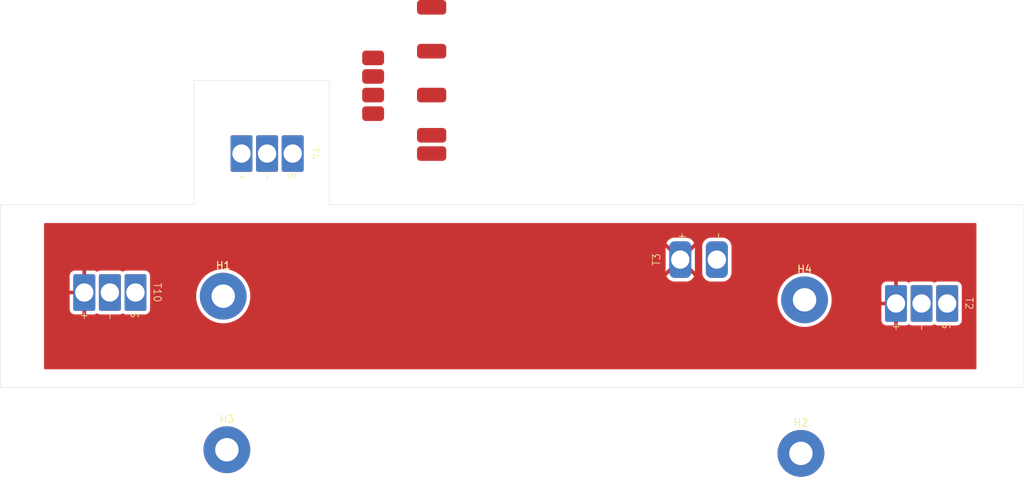
<source format=kicad_pcb>
(kicad_pcb (version 20240108) (generator "pcbnew") (generator_version "8.0")
  (layers (0 "F.Cu" signal) (31 "B.Cu" signal) (34 "B.Paste" user) (35 "F.Paste" user) (36 "B.SilkS" user "B.Silkscreen") (37 "F.SilkS" user "F.Silkscreen") (38 "B.Mask" user) (39 "F.Mask" user) (44 "Edge.Cuts" user))
  (net 0 "")
  (net 1 "Net-(T3-+)")
  (net 2 "Net-(T1-Pad2)")
  (net 3 "Net-(T3--)")
  (net 4 "Net-(T1-Pad1)")
  (net 5 "Net-(T2-Pad1)")
  (net 6 "Net-(T4-Pad1)")
  (net 7 "Net-(T10-Pad1)")
  (footprint "Connectors:Wire_Pad" (layer "F.Cu") (at 159 90.5)
    (property "Reference" "T8" (hide yes))
    (property "Value" "~")
    (pad "1" smd roundrect (at 0 0) (size 4 2) (layers "F.Cu" "F.Paste" "F.Mask") (net 2 "Net-(T1-Pad2)"))
  )
  (footprint "Connectors:MR30" (layer "F.Cu") (at 140 93 -90)
    (property "Reference" "T4" (at 0 -3 -90) (layer "F.SilkS") (effects (font (thickness 0.1))))
    (property "Value" "~")
    (fp_text user "S" (at 2.5 0.75 -90) (layer "F.SilkS") (effects (font (thickness 0.1)) (justify left bottom)))
    (fp_text user "+" (at 2.5 7.5 -90) (layer "F.SilkS") (effects (font (thickness 0.1)) (justify left bottom)))
    (fp_text user "-" (at 2.5 4 -90) (layer "F.SilkS") (effects (font (thickness 0.1)) (justify left bottom)))
    (pad "1" thru_hole roundrect (at 0 0 270) (size 5 3) (drill 2.5) (layers "*.Cu" "*.Mask") (roundrect_rratio 0.08333333333) (net 6 "Net-(T4-Pad1)"))
    (pad "2" thru_hole roundrect (at 0 3.5 270) (size 5 3) (drill 2.5) (layers "*.Cu" "*.Mask") (roundrect_rratio 0.08333333333) (net 3 "Net-(T3--)"))
    (pad "3" thru_hole roundrect (at 0 7 270) (size 5 3) (drill 2.5) (layers "*.Cu" "*.Mask") (roundrect_rratio 0.08333333333) (net 1 "Net-(T3-+)"))
  )
  (footprint "Connectors:MR30" (layer "F.Cu") (at 118.5 112 -90)
    (property "Reference" "T10" (at 0 -3 -90) (layer "F.SilkS") (effects (font (thickness 0.1))))
    (property "Value" "~")
    (fp_text user "-" (at 2.5 4 -90) (layer "F.SilkS") (effects (font (thickness 0.1)) (justify left bottom)))
    (fp_text user "S" (at 2.5 0.75 -90) (layer "F.SilkS") (effects (font (thickness 0.1)) (justify left bottom)))
    (fp_text user "+" (at 2.5 7.5 -90) (layer "F.SilkS") (effects (font (thickness 0.1)) (justify left bottom)))
    (pad "1" thru_hole roundrect (at 0 0 270) (size 5 3) (drill 2.5) (layers "*.Cu" "*.Mask") (roundrect_rratio 0.08333333333) (net 7 "Net-(T10-Pad1)"))
    (pad "2" thru_hole roundrect (at 0 3.5 270) (size 5 3) (drill 2.5) (layers "*.Cu" "*.Mask") (roundrect_rratio 0.08333333333) (net 3 "Net-(T3--)"))
    (pad "3" thru_hole roundrect (at 0 7 270) (size 5 3) (drill 2.5) (layers "*.Cu" "*.Mask") (roundrect_rratio 0.08333333333) (net 1 "Net-(T3-+)"))
  )
  (footprint "Connectors:Wire_Pad" (layer "F.Cu") (at 159 79)
    (property "Reference" "T5" (hide yes))
    (property "Value" "~")
    (pad "1" smd roundrect (at 0 0) (size 4 2) (layers "F.Cu" "F.Paste" "F.Mask") (net 7 "Net-(T10-Pad1)"))
  )
  (footprint "MountingHole:MountingHole_3.2mm_M3_Pad" (layer "F.Cu") (at 130.5 112.5)
    (property "Reference" "H1" (at 0 -4.2 0) (layer "F.SilkS"))
    (property "Value" "MountingHole")
    (pad "1" thru_hole circle (at 0 0) (size 6.4 6.4) (drill 3.2) (layers "*.Cu" "*.Mask"))
  )
  (footprint "Connectors:Wire_Pad" (layer "F.Cu") (at 159 73)
    (property "Reference" "T6" (hide yes))
    (property "Value" "~")
    (pad "1" smd roundrect (at 0 0) (size 4 2) (layers "F.Cu" "F.Paste" "F.Mask") (net 6 "Net-(T4-Pad1)"))
  )
  (footprint "Connectors:2.54x4_Pad" (layer "F.Cu") (at 151 87.54 180)
    (property "Reference" "T1" (hide yes))
    (property "Value" "~")
    (pad "1" smd roundrect (at 0 0 180) (size 3 2) (layers "F.Cu" "F.Paste" "F.Mask") (net 4 "Net-(T1-Pad1)"))
    (pad "2" smd roundrect (at 0 2.54 180) (size 3 2) (layers "F.Cu" "F.Paste" "F.Mask") (net 2 "Net-(T1-Pad2)"))
    (pad "3" smd roundrect (at 0 7.62 180) (size 3 2) (layers "F.Cu" "F.Paste" "F.Mask") (net 3 "Net-(T3--)"))
    (pad "4" smd roundrect (at 0 5.08 180) (size 3 2) (layers "F.Cu" "F.Paste" "F.Mask") (net 1 "Net-(T3-+)"))
  )
  (footprint "Connectors:MR30" (layer "F.Cu") (at 229.5 113.5 -90)
    (property "Reference" "T2" (at 0 -3 -90) (layer "F.SilkS") (effects (font (thickness 0.1))))
    (property "Value" "~")
    (fp_text user "+" (at 2.5 7.5 -90) (layer "F.SilkS") (effects (font (thickness 0.1)) (justify left bottom)))
    (fp_text user "-" (at 2.5 4 -90) (layer "F.SilkS") (effects (font (thickness 0.1)) (justify left bottom)))
    (fp_text user "S" (at 2.5 0.75 -90) (layer "F.SilkS") (effects (font (thickness 0.1)) (justify left bottom)))
    (pad "1" thru_hole roundrect (at 0 0 270) (size 5 3) (drill 2.5) (layers "*.Cu" "*.Mask") (roundrect_rratio 0.08333333333) (net 5 "Net-(T2-Pad1)"))
    (pad "2" thru_hole roundrect (at 0 3.5 270) (size 5 3) (drill 2.5) (layers "*.Cu" "*.Mask") (roundrect_rratio 0.08333333333) (net 3 "Net-(T3--)"))
    (pad "3" thru_hole roundrect (at 0 7 270) (size 5 3) (drill 2.5) (layers "*.Cu" "*.Mask") (roundrect_rratio 0.08333333333) (net 1 "Net-(T3-+)"))
  )
  (footprint "Connectors:XT30" (layer "F.Cu") (at 193 107.5 90)
    (property "Reference" "T3" (at 0 -3.25 90) (layer "F.SilkS") (effects (font (thickness 0.1))))
    (property "Value" "~")
    (fp_text user "-" (at 2.5 5.75 90) (layer "F.SilkS") (effects (font (thickness 0.1)) (justify left bottom)))
    (fp_text user "+" (at 2.5 0.75 90) (layer "F.SilkS") (effects (font (thickness 0.1)) (justify left bottom)))
    (pad "1" thru_hole roundrect (at 0 0 90) (size 5 3) (drill 2.5) (layers "*.Cu" "*.Mask") (net 1 "Net-(T3-+)"))
    (pad "2" thru_hole roundrect (at 0 5 90) (size 5 3) (drill 2.5) (layers "*.Cu" "*.Mask") (net 3 "Net-(T3--)"))
  )
  (footprint "MountingHole:MountingHole_3.2mm_M3_Pad" (layer "F.Cu") (at 210 113)
    (property "Reference" "H4" (at 0 -4.2 0) (layer "F.SilkS"))
    (property "Value" "MountingHole")
    (pad "1" thru_hole circle (at 0 0) (size 6.4 6.4) (drill 3.2) (layers "*.Cu" "*.Mask"))
  )
  (footprint "Connectors:Wire_Pad" (layer "F.Cu") (at 159 93)
    (property "Reference" "T9" (hide yes))
    (property "Value" "~")
    (pad "1" smd roundrect (at 0 0) (size 4 2) (layers "F.Cu" "F.Paste" "F.Mask") (net 4 "Net-(T1-Pad1)"))
  )
  (footprint "MountingHole:MountingHole_3.2mm_M3_Pad" (layer "F.Cu") (at 209.5 134)
    (property "Reference" "H2" (at 0 -4.2 0) (layer "F.SilkS"))
    (property "Value" "MountingHole")
    (pad "1" thru_hole circle (at 0 0) (size 6.4 6.4) (drill 3.2) (layers "*.Cu" "*.Mask"))
  )
  (footprint "MountingHole:MountingHole_3.2mm_M3_Pad" (layer "F.Cu") (at 131 133.5)
    (property "Reference" "H3" (at 0 -4.2 0) (layer "F.SilkS"))
    (property "Value" "MountingHole")
    (pad "1" thru_hole circle (at 0 0) (size 6.4 6.4) (drill 3.2) (layers "*.Cu" "*.Mask"))
  )
  (footprint "Connectors:Wire_Pad" (layer "F.Cu") (at 159 85)
    (property "Reference" "T7" (hide yes))
    (property "Value" "~")
    (pad "1" smd roundrect (at 0 0) (size 4 2) (layers "F.Cu" "F.Paste" "F.Mask") (net 5 "Net-(T2-Pad1)"))
  )
  (gr_line (start 126.5 100) (end 100 100) (stroke (width 0.05)) (layer "Edge.Cuts"))
  (gr_line (start 145 83) (end 145 100) (stroke (width 0.05)) (layer "Edge.Cuts"))
  (gr_line (start 100 100) (end 100 125) (stroke (width 0.05)) (layer "Edge.Cuts"))
  (gr_line (start 126.5 100) (end 126.5 83) (stroke (width 0.05)) (layer "Edge.Cuts"))
  (gr_line (start 240 100) (end 145 100) (stroke (width 0.05)) (layer "Edge.Cuts"))
  (gr_line (start 100 125) (end 240 125) (stroke (width 0.05)) (layer "Edge.Cuts"))
  (gr_line (start 126.5 83) (end 145 83) (stroke (width 0.05)) (layer "Edge.Cuts"))
  (gr_line (start 240 125) (end 240 100) (stroke (width 0.05)) (layer "Edge.Cuts"))
  (zone (net 1) (net_name "Net-(T3-+)") (layer "F.Cu") (priority 1) (connect_pads (clearance 0.5)) (min_thickness 0.25) (fill yes (thermal_gap 0.5) (thermal_bridge_width 0.5) (island_removal_mode 1) (island_area_min 10))
    (polygon (pts (xy 106 102.5) (xy 233.5 102.5) (xy 233.5 122.5) (xy 106 122.5)))
  )
)
</source>
